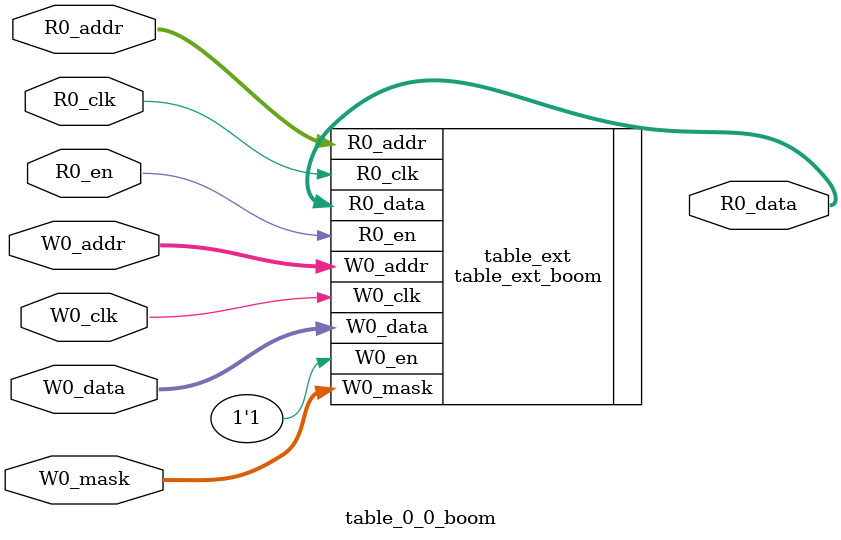
<source format=sv>
`ifndef RANDOMIZE
  `ifdef RANDOMIZE_REG_INIT
    `define RANDOMIZE
  `endif // RANDOMIZE_REG_INIT
`endif // not def RANDOMIZE
`ifndef RANDOMIZE
  `ifdef RANDOMIZE_MEM_INIT
    `define RANDOMIZE
  `endif // RANDOMIZE_MEM_INIT
`endif // not def RANDOMIZE

`ifndef RANDOM
  `define RANDOM $random
`endif // not def RANDOM

// Users can define 'PRINTF_COND' to add an extra gate to prints.
`ifndef PRINTF_COND_
  `ifdef PRINTF_COND
    `define PRINTF_COND_ (`PRINTF_COND)
  `else  // PRINTF_COND
    `define PRINTF_COND_ 1
  `endif // PRINTF_COND
`endif // not def PRINTF_COND_

// Users can define 'ASSERT_VERBOSE_COND' to add an extra gate to assert error printing.
`ifndef ASSERT_VERBOSE_COND_
  `ifdef ASSERT_VERBOSE_COND
    `define ASSERT_VERBOSE_COND_ (`ASSERT_VERBOSE_COND)
  `else  // ASSERT_VERBOSE_COND
    `define ASSERT_VERBOSE_COND_ 1
  `endif // ASSERT_VERBOSE_COND
`endif // not def ASSERT_VERBOSE_COND_

// Users can define 'STOP_COND' to add an extra gate to stop conditions.
`ifndef STOP_COND_
  `ifdef STOP_COND
    `define STOP_COND_ (`STOP_COND)
  `else  // STOP_COND
    `define STOP_COND_ 1
  `endif // STOP_COND
`endif // not def STOP_COND_

// Users can define INIT_RANDOM as general code that gets injected into the
// initializer block for modules with registers.
`ifndef INIT_RANDOM
  `define INIT_RANDOM
`endif // not def INIT_RANDOM

// If using random initialization, you can also define RANDOMIZE_DELAY to
// customize the delay used, otherwise 0.002 is used.
`ifndef RANDOMIZE_DELAY
  `define RANDOMIZE_DELAY 0.002
`endif // not def RANDOMIZE_DELAY

// Define INIT_RANDOM_PROLOG_ for use in our modules below.
`ifndef INIT_RANDOM_PROLOG_
  `ifdef RANDOMIZE
    `ifdef VERILATOR
      `define INIT_RANDOM_PROLOG_ `INIT_RANDOM
    `else  // VERILATOR
      `define INIT_RANDOM_PROLOG_ `INIT_RANDOM #`RANDOMIZE_DELAY begin end
    `endif // VERILATOR
  `else  // RANDOMIZE
    `define INIT_RANDOM_PROLOG_
  `endif // RANDOMIZE
`endif // not def INIT_RANDOM_PROLOG_

module table_0_0_boom(	// @[tage.scala:91:27]
  input  [6:0]  R0_addr,
  input         R0_en,
                R0_clk,
  input  [6:0]  W0_addr,
  input         W0_clk,
  input  [43:0] W0_data,
  input  [3:0]  W0_mask,
  output [43:0] R0_data
);

  table_ext_boom table_ext (	// @[tage.scala:91:27]
    .R0_addr (R0_addr),
    .R0_en   (R0_en),
    .R0_clk  (R0_clk),
    .W0_addr (W0_addr),
    .W0_en   (1'h1),
    .W0_clk  (W0_clk),
    .W0_data (W0_data),
    .W0_mask (W0_mask),
    .R0_data (R0_data)
  );
endmodule


</source>
